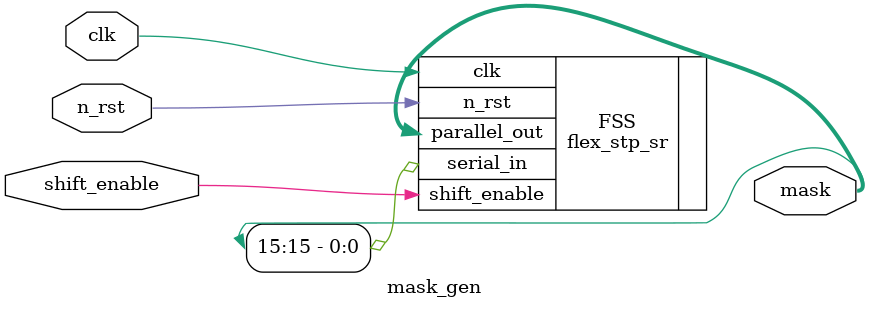
<source format=sv>
/*

	Dimitri James
	generates the round-robin rotating mask ya know?
	just a wrapper
*/

module mask_gen
#(
	NUM_WRK = 16 //NUMBER OF Julia workers
)
(	
	input wire clk,
	input wire n_rst,
	input wire shift_enable,
	output reg [(NUM_WRK-1):0] mask
	//todo input output
);


	flex_stp_sr #(16, 1) FSS (
		.clk(clk),
		.n_rst(n_rst),
		.serial_in(mask[NUM_WRK-1]),
		.shift_enable(shift_enable),
		.parallel_out(mask)
	
	);
	
endmodule

</source>
